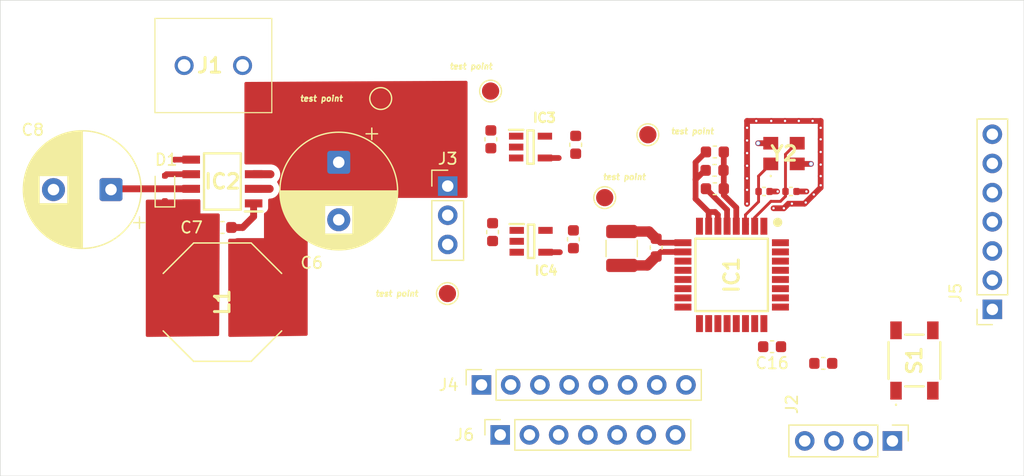
<source format=kicad_pcb>
(kicad_pcb (version 20241229) (generator "pcbnew") (generator_version "9.0")
  (layers (0 "F.Cu" signal) (2 "B.Cu" signal) (13 "F.Paste" user) (15 "B.Paste" user) (5 "F.SilkS" user "F.Silkscreen") (7 "B.SilkS" user "B.Silkscreen") (1 "F.Mask" user) (3 "B.Mask" user) (25 "Edge.Cuts" user))
  (net 0 "")
  (net 1 "GND")
  (net 2 "unconnected-(IC2-SYNC-Pad3)")
  (net 3 "Net-(D1-K)")
  (net 4 "Net-(IC2-CB)")
  (net 5 "unconnected-(IC2-ON{slash}~{OFF}-Pad5)")
  (net 6 "unconnected-(IC2-SS-Pad2)")
  (net 7 "+24V")
  (net 8 "+5V")
  (net 9 "VDD")
  (net 10 "30")
  (net 11 "NRST")
  (net 12 "24")
  (net 13 "20")
  (net 14 "19")
  (net 15 "25")
  (net 16 "12")
  (net 17 "17")
  (net 18 "27")
  (net 19 "8")
  (net 20 "28")
  (net 21 "23")
  (net 22 "SWIM")
  (net 23 "18")
  (net 24 "29")
  (net 25 "11")
  (net 26 "Net-(IC1-VCAP)")
  (net 27 "14")
  (net 28 "21")
  (net 29 "32")
  (net 30 "22")
  (net 31 "Net-(IC1-OSCIN{slash}PA1)")
  (net 32 "15")
  (net 33 "16")
  (net 34 "13")
  (net 35 "Net-(IC1-OSCOUT{slash}PA2)")
  (net 36 "31")
  (net 37 "VDDA")
  (net 38 "+5V (External)")
  (net 39 "unconnected-(IC3-NC-Pad4)")
  (net 40 "+5V (SWIM)")
  (net 41 "unconnected-(IC4-NC-Pad4)")
  (net 42 "Net-(IC1-PC7_(HS){slash}SPI_MISO)")
  (footprint "TestPoint:TestPoint_Pad_D1.5mm" (layer "F.Cu") (at 151.25 54.25)
    (property "Reference" "TP2" (hide yes))
    (property "Value" "TestPoint" (hide yes))
    (property "Description" "test point" (at -5.162 0 0) (layer "F.SilkS") (effects (font (size 0.5 0.5) (thickness 0.125) (bold yes) (italic yes))))
    (pad "1" smd circle (at 0 0) (size 1.5 1.5) (layers "F.Cu" "F.Mask") (net 38 "+5V (External)"))
  )
  (footprint "Capacitor_SMD:C_0402_1005Metric" (layer "F.Cu") (at 186.92 62.34)
    (property "Reference" "C10" (hide yes))
    (property "Value" "6p" (hide yes))
    (pad "1" smd roundrect (at -0.48 0) (size 0.56 0.62) (layers "F.Cu" "F.Mask" "F.Paste") (net 31 "Net-(IC1-OSCIN{slash}PA1)"))
    (pad "2" smd roundrect (at 0.48 0) (size 0.56 0.62) (layers "F.Cu" "F.Mask" "F.Paste") (net 1 "GND"))
  )
  (footprint "Connector_PinHeader_2.54mm:PinHeader_1x03_P2.54mm_Vertical" (layer "F.Cu") (at 157.075 61.87)
    (property "Reference" "J3" (at 0 -2.38 0) (layer "F.SilkS"))
    (property "Value" "Conn_01x03_Pin" (hide yes))
    (pad "1" thru_hole rect (at 0 0) (size 1.7 1.7) (drill 1) (layers "*.Cu" "*.Mask") (net 38 "+5V (External)"))
    (pad "2" thru_hole circle (at 0 2.54) (size 1.7 1.7) (drill 1) (layers "*.Cu" "*.Mask") (net 8 "+5V"))
    (pad "3" thru_hole circle (at 0 5.08) (size 1.7 1.7) (drill 1) (layers "*.Cu" "*.Mask") (net 40 "+5V (SWIM)"))
  )
  (footprint "Wurth_744065151:WE-TPC_1028_103892" (layer "F.Cu") (at 137.488 71.972677 90)
    (property "Reference" "L1" (at 0 0 90) (layer "F.SilkS") (effects (font (size 1.27 1.27) (thickness 0.254))))
    (property "Value" "150u" (hide yes))
    (pad "1" smd rect (at 0 -4.5 180) (size 1.8 3.6) (layers "F.Cu" "F.Mask" "F.Paste") (net 3 "Net-(D1-K)"))
    (pad "2" smd rect (at 0 4.5 180) (size 1.8 3.6) (layers "F.Cu" "F.Mask" "F.Paste") (net 38 "+5V (External)"))
  )
  (footprint "Capacitor_THT:CP_Radial_D10.0mm_P5.00mm" (layer "F.Cu") (at 147.6 59.8 -90)
    (property "Reference" "C6" (at 8.75 2.35 180) (layer "F.SilkS"))
    (property "Value" "120u" (hide yes))
    (pad "1" thru_hole roundrect (at 0 0 270) (size 2 2) (drill 1) (layers "*.Cu" "*.Mask") (roundrect_rratio 0.125) (net 38 "+5V (External)"))
    (pad "2" thru_hole circle (at 5 0 270) (size 2 2) (drill 1) (layers "*.Cu" "*.Mask") (net 1 "GND"))
  )
  (footprint "TestPoint:TestPoint_Pad_D1.5mm" (layer "F.Cu") (at 157.05 71.225)
    (property "Reference" "TP3" (hide yes))
    (property "Value" "TestPoint" (hide yes))
    (property "Description" "test point" (at -4.4 0 0) (layer "F.SilkS") (effects (font (size 0.5 0.5) (thickness 0.125) (bold yes) (italic yes))))
    (pad "1" smd circle (at 0 0) (size 1.5 1.5) (layers "F.Cu" "F.Mask") (net 40 "+5V (SWIM)"))
  )
  (footprint "L6981C50DR:SOIC127P600X175-8N" (layer "F.Cu") (at 137.488 61.472677 180)
    (property "Reference" "IC2" (at 0 0 180) (layer "F.SilkS") (effects (font (size 1.27 1.27) (thickness 0.254))))
    (property "Value" "LM2671M-5.0_NOPB" (hide yes))
    (pad "1" smd rect (at -2.712 -1.905 270) (size 0.7 1.525) (layers "F.Cu" "F.Mask" "F.Paste") (net 4 "Net-(IC2-CB)"))
    (pad "2" smd rect (at -2.712 -0.635 270) (size 0.7 1.525) (layers "F.Cu" "F.Mask" "F.Paste") (net 6 "unconnected-(IC2-SS-Pad2)"))
    (pad "3" smd rect (at -2.712 0.635 270) (size 0.7 1.525) (layers "F.Cu" "F.Mask" "F.Paste") (net 2 "unconnected-(IC2-SYNC-Pad3)"))
    (pad "4" smd rect (at -2.712 1.905 270) (size 0.7 1.525) (layers "F.Cu" "F.Mask" "F.Paste") (net 38 "+5V (External)"))
    (pad "5" smd rect (at 2.712 1.905 270) (size 0.7 1.525) (layers "F.Cu" "F.Mask" "F.Paste") (net 5 "unconnected-(IC2-ON{slash}~{OFF}-Pad5)"))
    (pad "6" smd rect (at 2.712 0.635 270) (size 0.7 1.525) (layers "F.Cu" "F.Mask" "F.Paste") (net 1 "GND"))
    (pad "7" smd rect (at 2.712 -0.635 270) (size 0.7 1.525) (layers "F.Cu" "F.Mask" "F.Paste") (net 7 "+24V"))
    (pad "8" smd rect (at 2.712 -1.905 270) (size 0.7 1.525) (layers "F.Cu" "F.Mask" "F.Paste") (net 3 "Net-(D1-K)"))
  )
  (footprint "Capacitor_SMD:C_0603_1608Metric" (layer "F.Cu") (at 180.3 62.1 180)
    (property "Reference" "C1" (hide yes))
    (property "Value" "1u" (hide yes))
    (pad "1" smd roundrect (at -0.775 0 180) (size 0.9 0.95) (layers "F.Cu" "F.Mask" "F.Paste") (net 1 "GND"))
    (pad "2" smd roundrect (at 0.775 0 180) (size 0.9 0.95) (layers "F.Cu" "F.Mask" "F.Paste") (net 26 "Net-(IC1-VCAP)"))
  )
  (footprint "TerminalBlock_2:2828372" (layer "F.Cu") (at 134.16 51.377677)
    (property "Reference" "J1" (at 2.24 0 0) (layer "F.SilkS") (effects (font (size 1.27 1.27) (thickness 0.254))))
    (property "Value" "282837-2" (hide yes))
    (pad "1" thru_hole circle (at 0 0) (size 1.65 1.65) (drill 1.1) (layers "*.Cu" "*.Mask") (net 7 "+24V"))
    (pad "2" thru_hole circle (at 5.08 0) (size 1.65 1.65) (drill 1.1) (layers "*.Cu" "*.Mask") (net 1 "GND"))
  )
  (footprint "Capacitor_SMD:C_1210_3225Metric" (layer "F.Cu") (at 172.2 67.3 -90)
    (property "Reference" "C13" (hide yes))
    (property "Value" "1u" (hide yes))
    (pad "1" smd roundrect (at -1.475 0 270) (size 1.15 2.7) (layers "F.Cu" "F.Mask" "F.Paste") (roundrect_rratio 0.217391) (net 37 "VDDA"))
    (pad "2" smd roundrect (at 1.475 0 270) (size 1.15 2.7) (layers "F.Cu" "F.Mask" "F.Paste") (roundrect_rratio 0.217391) (net 1 "GND"))
  )
  (footprint "Connector_PinSocket_2.54mm:PinSocket_1x07_P2.54mm_Vertical" (layer "F.Cu") (at 204.425 72.6 180)
    (property "Reference" "J5" (at 3.2 1.44 90) (layer "F.SilkS"))
    (property "Value" "Conn_01x07_Pin" (hide yes))
    (pad "1" thru_hole rect (at 0 0 180) (size 1.7 1.7) (drill 1) (layers "*.Cu" "*.Mask") (net 15 "25"))
    (pad "2" thru_hole circle (at 0 2.54 180) (size 1.7 1.7) (drill 1) (layers "*.Cu" "*.Mask") (net 18 "27"))
    (pad "3" thru_hole circle (at 0 5.08 180) (size 1.7 1.7) (drill 1) (layers "*.Cu" "*.Mask") (net 20 "28"))
    (pad "4" thru_hole circle (at 0 7.62 180) (size 1.7 1.7) (drill 1) (layers "*.Cu" "*.Mask") (net 24 "29"))
    (pad "5" thru_hole circle (at 0 10.16 180) (size 1.7 1.7) (drill 1) (layers "*.Cu" "*.Mask") (net 10 "30"))
    (pad "6" thru_hole circle (at 0 12.7 180) (size 1.7 1.7) (drill 1) (layers "*.Cu" "*.Mask") (net 36 "31"))
    (pad "7" thru_hole circle (at 0 15.24 180) (size 1.7 1.7) (drill 1) (layers "*.Cu" "*.Mask") (net 29 "32"))
  )
  (footprint "Diode_SMD:D_SOD-323F" (layer "F.Cu") (at 132.488 62.072677 90)
    (property "Reference" "D1" (at 2.495 0.112 0) (layer "F.SilkS"))
    (property "Value" "PMEG6010CEJF" (hide yes))
    (pad "1" smd roundrect (at -1.1 0 90) (size 0.5 0.5) (layers "F.Cu" "F.Mask" "F.Paste") (net 3 "Net-(D1-K)"))
    (pad "2" smd roundrect (at 1.1 0 90) (size 0.5 0.5) (layers "F.Cu" "F.Mask" "F.Paste") (net 1 "GND"))
  )
  (footprint "Capacitor_SMD:C_0603_1608Metric" (layer "F.Cu") (at 180.275 60.5)
    (property "Reference" "C2" (hide yes))
    (property "Value" "100n" (hide yes))
    (pad "1" smd roundrect (at -0.775 0) (size 0.9 0.95) (layers "F.Cu" "F.Mask" "F.Paste") (net 9 "VDD"))
    (pad "2" smd roundrect (at 0.775 0) (size 0.9 0.95) (layers "F.Cu" "F.Mask" "F.Paste") (net 1 "GND"))
  )
  (footprint "Connector_PinSocket_2.54mm:PinSocket_1x08_P2.54mm_Vertical" (layer "F.Cu") (at 160.01 79.175 90)
    (property "Reference" "J4" (at 0 -2.86 0) (layer "F.SilkS"))
    (property "Value" "Conn_01x08_Pin" (hide yes))
    (pad "1" thru_hole rect (at 0 0 90) (size 1.7 1.7) (drill 1) (layers "*.Cu" "*.Mask") (net 17 "17"))
    (pad "2" thru_hole circle (at 0 2.54 90) (size 1.7 1.7) (drill 1) (layers "*.Cu" "*.Mask") (net 23 "18"))
    (pad "3" thru_hole circle (at 0 5.08 90) (size 1.7 1.7) (drill 1) (layers "*.Cu" "*.Mask") (net 14 "19"))
    (pad "4" thru_hole circle (at 0 7.62 90) (size 1.7 1.7) (drill 1) (layers "*.Cu" "*.Mask") (net 13 "20"))
    (pad "5" thru_hole circle (at 0 10.16 90) (size 1.7 1.7) (drill 1) (layers "*.Cu" "*.Mask") (net 28 "21"))
    (pad "6" thru_hole circle (at 0 12.7 90) (size 1.7 1.7) (drill 1) (layers "*.Cu" "*.Mask") (net 30 "22"))
    (pad "7" thru_hole circle (at 0 15.24 90) (size 1.7 1.7) (drill 1) (layers "*.Cu" "*.Mask") (net 21 "23"))
    (pad "8" thru_hole circle (at 0 17.78 90) (size 1.7 1.7) (drill 1) (layers "*.Cu" "*.Mask") (net 12 "24"))
  )
  (footprint "Connector_PinHeader_2.54mm:PinHeader_1x04_P2.54mm_Vertical" (layer "F.Cu") (at 195.735 84.05 -90)
    (property "Reference" "J2" (at -3.2 8.74 90) (layer "F.SilkS"))
    (property "Value" "Conn_01x04_Pin" (hide yes))
    (pad "1" thru_hole rect (at 0 0 270) (size 1.7 1.7) (drill 1) (layers "*.Cu" "*.Mask") (net 11 "NRST"))
    (pad "2" thru_hole circle (at 0 2.54 270) (size 1.7 1.7) (drill 1) (layers "*.Cu" "*.Mask") (net 1 "GND"))
    (pad "3" thru_hole circle (at 0 5.08 270) (size 1.7 1.7) (drill 1) (layers "*.Cu" "*.Mask") (net 22 "SWIM"))
    (pad "4" thru_hole circle (at 0 7.62 270) (size 1.7 1.7) (drill 1) (layers "*.Cu" "*.Mask") (net 40 "+5V (SWIM)"))
  )
  (footprint "Capacitor_SMD:C_0402_1005Metric" (layer "F.Cu") (at 184.58 62.34)
    (property "Reference" "C11" (hide yes))
    (property "Value" "6p" (hide yes))
    (pad "1" smd roundrect (at -0.48 0) (size 0.56 0.62) (layers "F.Cu" "F.Mask" "F.Paste") (net 35 "Net-(IC1-OSCOUT{slash}PA2)"))
    (pad "2" smd roundrect (at 0.48 0) (size 0.56 0.62) (layers "F.Cu" "F.Mask" "F.Paste") (net 1 "GND"))
  )
  (footprint "Capacitor_SMD:C_0603_1608Metric" (layer "F.Cu") (at 137.488 65.472677)
    (property "Reference" "C7" (at -2.688 0 0) (layer "F.SilkS"))
    (property "Value" "0.01u" (hide yes))
    (pad "1" smd roundrect (at -0.775 0) (size 0.9 0.95) (layers "F.Cu" "F.Mask" "F.Paste") (net 3 "Net-(D1-K)"))
    (pad "2" smd roundrect (at 0.775 0) (size 0.9 0.95) (layers "F.Cu" "F.Mask" "F.Paste") (net 4 "Net-(IC2-CB)"))
  )
  (footprint "Capacitor_SMD:C_0603_1608Metric" (layer "F.Cu") (at 189.725 77.3 180)
    (property "Reference" "C9" (hide yes))
    (property "Value" "100n" (hide yes))
    (pad "1" smd roundrect (at -0.775 0 180) (size 0.9 0.95) (layers "F.Cu" "F.Mask" "F.Paste") (net 11 "NRST"))
    (pad "2" smd roundrect (at 0.775 0 180) (size 0.9 0.95) (layers "F.Cu" "F.Mask" "F.Paste") (net 1 "GND"))
  )
  (footprint "Capacitor_SMD:C_0603_1608Metric" (layer "F.Cu") (at 168.2 58.275 -90)
    (property "Reference" "C5" (hide yes))
    (property "Value" "1u" (hide yes))
    (pad "1" smd roundrect (at -0.775 0 270) (size 0.9 0.95) (layers "F.Cu" "F.Mask" "F.Paste") (net 9 "VDD"))
    (pad "2" smd roundrect (at 0.775 0 270) (size 0.9 0.95) (layers "F.Cu" "F.Mask" "F.Paste") (net 1 "GND"))
  )
  (footprint "PTS647SK70SMTR2N LFS:PTS647SK70SMTR2NLFS" (layer "F.Cu") (at 197.65 77.05 90)
    (property "Reference" "S1" (at 0 0 90) (layer "F.SilkS") (effects (font (size 1.27 1.27) (thickness 0.254))))
    (property "Value" "PTS647SK70SMTR2N_LFS" (hide yes))
    (pad "1" smd rect (at -2.625 -1.6 180) (size 1 1.55) (layers "F.Cu" "F.Mask" "F.Paste") (net 11 "NRST"))
    (pad "2" smd rect (at 2.625 -1.6 180) (size 1 1.55) (layers "F.Cu" "F.Mask" "F.Paste") (net 11 "NRST"))
    (pad "3" smd rect (at -2.625 1.6 180) (size 1 1.55) (layers "F.Cu" "F.Mask" "F.Paste") (net 1 "GND"))
    (pad "4" smd rect (at 2.625 1.6 180) (size 1 1.55) (layers "F.Cu" "F.Mask" "F.Paste") (net 1 "GND"))
  )
  (footprint "TestPoint:TestPoint_Pad_D1.5mm" (layer "F.Cu") (at 160.8 53.6)
    (property "Reference" "TP4" (hide yes))
    (property "Value" "TestPoint" (hide yes))
    (property "Description" "test point" (at -1.7 -2.15 0) (layer "F.SilkS") (effects (font (size 0.5 0.5) (thickness 0.125) (bold yes) (italic yes))))
    (pad "1" smd circle (at 0 0) (size 1.5 1.5) (layers "F.Cu" "F.Mask") (net 8 "+5V"))
  )
  (footprint "Capacitor_THT:CP_Radial_D10.0mm_P5.00mm" (layer "F.Cu") (at 127.8 62.177677 180)
    (property "Reference" "C8" (at 6.8 5.2 0) (layer "F.SilkS"))
    (property "Value" "100u" (hide yes))
    (pad "1" thru_hole roundrect (at 0 0 180) (size 2 2) (drill 1) (layers "*.Cu" "*.Mask") (roundrect_rratio 0.125) (net 7 "+24V"))
    (pad "2" thru_hole circle (at 5 0 180) (size 2 2) (drill 1) (layers "*.Cu" "*.Mask") (net 1 "GND"))
  )
  (footprint "Capacitor_SMD:C_0603_1608Metric" (layer "F.Cu") (at 175.2 67.225 -90)
    (property "Reference" "C12" (hide yes))
    (property "Value" "100n" (hide yes))
    (pad "1" smd roundrect (at -0.775 0 270) (size 0.9 0.95) (layers "F.Cu" "F.Mask" "F.Paste") (net 37 "VDDA"))
    (pad "2" smd roundrect (at 0.775 0 270) (size 0.9 0.95) (layers "F.Cu" "F.Mask" "F.Paste") (net 1 "GND"))
  )
  (footprint "ADPL40502AUJZ-3.3-R7:SOT95P280X100-5N" (layer "F.Cu") (at 164.275 58.475)
    (property "Reference" "IC3" (at 1.2 -2.55 0) (layer "F.SilkS") (effects (font (size 0.8 0.8) (thickness 0.2) (bold yes))))
    (property "Value" "ADPL40502AUJZ-3.3-R7" (hide yes))
    (pad "1" smd rect (at -1.25 -0.95 90) (size 0.6 1.25) (layers "F.Cu" "F.Mask" "F.Paste") (net 8 "+5V"))
    (pad "2" smd rect (at -1.25 0 90) (size 0.6 1.25) (layers "F.Cu" "F.Mask" "F.Paste") (net 1 "GND"))
    (pad "3" smd rect (at -1.25 0.95 90) (size 0.6 1.25) (layers "F.Cu" "F.Mask" "F.Paste") (net 8 "+5V"))
    (pad "4" smd rect (at 1.25 0.95 90) (size 0.6 1.25) (layers "F.Cu" "F.Mask" "F.Paste") (net 39 "unconnected-(IC3-NC-Pad4)"))
    (pad "5" smd rect (at 1.25 -0.95 90) (size 0.6 1.25) (layers "F.Cu" "F.Mask" "F.Paste") (net 9 "VDD"))
  )
  (footprint "STM8S005K6CTR:QFP80P900X900X160-32N" (layer "F.Cu") (at 181.762 69.6 -90)
    (property "Reference" "IC1" (at 0 0 90) (layer "F.SilkS") (effects (font (size 1.27 1.27) (thickness 0.254))))
    (property "Value" "STM8S005K6T6CTR" (hide yes))
    (pad "1" smd rect (at -4.238 -2.8) (size 0.6 1.475) (layers "F.Cu" "F.Mask" "F.Paste") (net 11 "NRST"))
    (pad "2" smd rect (at -4.238 -2) (size 0.6 1.475) (layers "F.Cu" "F.Mask" "F.Paste") (net 31 "Net-(IC1-OSCIN{slash}PA1)"))
    (pad "3" smd rect (at -4.238 -1.2) (size 0.6 1.475) (layers "F.Cu" "F.Mask" "F.Paste") (net 35 "Net-(IC1-OSCOUT{slash}PA2)"))
    (pad "4" smd rect (at -4.238 -0.4) (size 0.6 1.475) (layers "F.Cu" "F.Mask" "F.Paste") (net 1 "GND"))
    (pad "5" smd rect (at -4.238 0.4) (size 0.6 1.475) (layers "F.Cu" "F.Mask" "F.Paste") (net 26 "Net-(IC1-VCAP)"))
    (pad "6" smd rect (at -4.238 1.2) (size 0.6 1.475) (layers "F.Cu" "F.Mask" "F.Paste") (net 9 "VDD"))
    (pad "7" smd rect (at -4.238 2) (size 0.6 1.475) (layers "F.Cu" "F.Mask" "F.Paste") (net 9 "VDD"))
    (pad "8" smd rect (at -4.238 2.8) (size 0.6 1.475) (layers "F.Cu" "F.Mask" "F.Paste") (net 19 "8"))
    (pad "9" smd rect (at -2.8 4.238 270) (size 0.6 1.475) (layers "F.Cu" "F.Mask" "F.Paste") (net 37 "VDDA"))
    (pad "10" smd rect (at -2 4.238 270) (size 0.6 1.475) (layers "F.Cu" "F.Mask" "F.Paste") (net 1 "GND"))
    (pad "11" smd rect (at -1.2 4.238 270) (size 0.6 1.475) (layers "F.Cu" "F.Mask" "F.Paste") (net 25 "11"))
    (pad "12" smd rect (at -0.4 4.238 270) (size 0.6 1.475) (layers "F.Cu" "F.Mask" "F.Paste") (net 16 "12"))
    (pad "13" smd rect (at 0.4 4.238 270) (size 0.6 1.475) (layers "F.Cu" "F.Mask" "F.Paste") (net 34 "13"))
    (pad "14" smd rect (at 1.2 4.238 270) (size 0.6 1.475) (layers "F.Cu" "F.Mask" "F.Paste") (net 27 "14"))
    (pad "15" smd rect (at 2 4.238 270) (size 0.6 1.475) (layers "F.Cu" "F.Mask" "F.Paste") (net 32 "15"))
    (pad "16" smd rect (at 2.8 4.238 270) (size 0.6 1.475) (layers "F.Cu" "F.Mask" "F.Paste") (net 33 "16"))
    (pad "17" smd rect (at 4.238 2.8) (size 0.6 1.475) (layers "F.Cu" "F.Mask" "F.Paste") (net 17 "17"))
    (pad "18" smd rect (at 4.238 2) (size 0.6 1.475) (layers "F.Cu" "F.Mask" "F.Paste") (net 23 "18"))
    (pad "19" smd rect (at 4.238 1.2) (size 0.6 1.475) (layers "F.Cu" "F.Mask" "F.Paste") (net 14 "19"))
    (pad "20" smd rect (at 4.238 0.4) (size 0.6 1.475) (layers "F.Cu" "F.Mask" "F.Paste") (net 13 "20"))
    (pad "21" smd rect (at 4.238 -0.4) (size 0.6 1.475) (layers "F.Cu" "F.Mask" "F.Paste") (net 28 "21"))
    (pad "22" smd rect (at 4.238 -1.2) (size 0.6 1.475) (layers "F.Cu" "F.Mask" "F.Paste") (net 30 "22"))
    (pad "23" smd rect (at 4.238 -2) (size 0.6 1.475) (layers "F.Cu" "F.Mask" "F.Paste") (net 21 "23"))
    (pad "24" smd rect (at 4.238 -2.8) (size 0.6 1.475) (layers "F.Cu" "F.Mask" "F.Paste") (net 42 "Net-(IC1-PC7_(HS){slash}SPI_MISO)"))
    (pad "25" smd rect (at 2.8 -4.238 270) (size 0.6 1.475) (layers "F.Cu" "F.Mask" "F.Paste") (net 15 "25"))
    (pad "26" smd rect (at 2 -4.238 270) (size 0.6 1.475) (layers "F.Cu" "F.Mask" "F.Paste") (net 22 "SWIM"))
    (pad "27" smd rect (at 1.2 -4.238 270) (size 0.6 1.475) (layers "F.Cu" "F.Mask" "F.Paste") (net 18 "27"))
    (pad "28" smd rect (at 0.4 -4.238 270) (size 0.6 1.475) (layers "F.Cu" "F.Mask" "F.Paste") (net 20 "28"))
    (pad "29" smd rect (at -0.4 -4.238 270) (size 0.6 1.475) (layers "F.Cu" "F.Mask" "F.Paste") (net 24 "29"))
    (pad "30" smd rect (at -1.2 -4.238 270) (size 0.6 1.475) (layers "F.Cu" "F.Mask" "F.Paste") (net 10 "30"))
    (pad "31" smd rect (at -2 -4.238 270) (size 0.6 1.475) (layers "F.Cu" "F.Mask" "F.Paste") (net 36 "31"))
    (pad "32" smd rect (at -2.8 -4.238 270) (size 0.6 1.475) (layers "F.Cu" "F.Mask" "F.Paste") (net 29 "32"))
  )
  (footprint "ADPL40502AUJZ-3.3-R7:SOT95P280X100-5N" (layer "F.Cu") (at 164.325 66.675)
    (property "Reference" "IC4" (at 1.3 2.55 0) (layer "F.SilkS") (effects (font (size 0.8 0.8) (thickness 0.2) (bold yes))))
    (property "Value" "ADPL40502AUJZ-3.3-R7" (hide yes))
    (pad "1" smd rect (at -1.25 -0.95 90) (size 0.6 1.25) (layers "F.Cu" "F.Mask" "F.Paste") (net 8 "+5V"))
    (pad "2" smd rect (at -1.25 0 90) (size 0.6 1.25) (layers "F.Cu" "F.Mask" "F.Paste") (net 1 "GND"))
    (pad "3" smd rect (at -1.25 0.95 90) (size 0.6 1.25) (layers "F.Cu" "F.Mask" "F.Paste") (net 8 "+5V"))
    (pad "4" smd rect (at 1.25 0.95 90) (size 0.6 1.25) (layers "F.Cu" "F.Mask" "F.Paste") (net 41 "unconnected-(IC4-NC-Pad4)"))
    (pad "5" smd rect (at 1.25 -0.95 90) (size 0.6 1.25) (layers "F.Cu" "F.Mask" "F.Paste") (net 37 "VDDA"))
  )
  (footprint "Connector_PinSocket_2.54mm:PinSocket_1x07_P2.54mm_Vertical" (layer "F.Cu") (at 161.64 83.525 90)
    (property "Reference" "J6" (at 0 -3.12 0) (layer "F.SilkS"))
    (property "Value" "Conn_01x07_Pin" (hide yes))
    (pad "1" thru_hole rect (at 0 0 90) (size 1.7 1.7) (drill 1) (layers "*.Cu" "*.Mask") (net 25 "11"))
    (pad "2" thru_hole circle (at 0 2.54 90) (size 1.7 1.7) (drill 1) (layers "*.Cu" "*.Mask") (net 16 "12"))
    (pad "3" thru_hole circle (at 0 5.08 90) (size 1.7 1.7) (drill 1) (layers "*.Cu" "*.Mask") (net 34 "13"))
    (pad "4" thru_hole circle (at 0 7.62 90) (size 1.7 1.7) (drill 1) (layers "*.Cu" "*.Mask") (net 27 "14"))
    (pad "5" thru_hole circle (at 0 10.16 90) (size 1.7 1.7) (drill 1) (layers "*.Cu" "*.Mask") (net 32 "15"))
    (pad "6" thru_hole circle (at 0 12.7 90) (size 1.7 1.7) (drill 1) (layers "*.Cu" "*.Mask") (net 33 "16"))
    (pad "7" thru_hole circle (at 0 15.24 90) (size 1.7 1.7) (drill 1) (layers "*.Cu" "*.Mask") (net 19 "8"))
  )
  (footprint "TestPoint:TestPoint_Pad_D1.5mm" (layer "F.Cu") (at 170.725 62.875)
    (property "Reference" "TP6" (hide yes))
    (property "Value" "TestPoint" (hide yes))
    (property "Description" "test point" (at 1.7 -1.8 0) (layer "F.SilkS") (effects (font (size 0.5 0.5) (thickness 0.125) (italic yes))))
    (pad "1" smd circle (at 0 0) (size 1.5 1.5) (layers "F.Cu" "F.Mask") (net 37 "VDDA"))
  )
  (footprint "ECS-80-33820-CVY-TR3:ECS80833B2QCVYTR3" (layer "F.Cu") (at 186.31 59.04)
    (property "Reference" "Y2" (at 0 0 0) (layer "F.SilkS") (effects (font (size 1.27 1.27) (thickness 0.254))))
    (property "Value" "8 Mhz" (hide yes))
    (pad "1" smd rect (at -1.15 0.9 90) (size 1.1 1.3) (layers "F.Cu" "F.Mask" "F.Paste") (net 35 "Net-(IC1-OSCOUT{slash}PA2)"))
    (pad "2" smd rect (at 1.15 0.9 90) (size 1.1 1.3) (layers "F.Cu" "F.Mask" "F.Paste") (net 1 "GND"))
    (pad "3" smd rect (at 1.15 -0.9 90) (size 1.1 1.3) (layers "F.Cu" "F.Mask" "F.Paste") (net 31 "Net-(IC1-OSCIN{slash}PA1)"))
    (pad "4" smd rect (at -1.15 -0.9 90) (size 1.1 1.3) (layers "F.Cu" "F.Mask" "F.Paste") (net 1 "GND"))
  )
  (footprint "Capacitor_SMD:C_0603_1608Metric" (layer "F.Cu") (at 160.975 65.875 -90)
    (property "Reference" "C4" (hide yes))
    (property "Value" "1u" (hide yes))
    (pad "1" smd roundrect (at -0.775 0 270) (size 0.9 0.95) (layers "F.Cu" "F.Mask" "F.Paste") (net 8 "+5V"))
    (pad "2" smd roundrect (at 0.775 0 270) (size 0.9 0.95) (layers "F.Cu" "F.Mask" "F.Paste") (net 1 "GND"))
  )
  (footprint "Capacitor_SMD:C_0603_1608Metric" (layer "F.Cu") (at 160.825 57.8 -90)
    (property "Reference" "C14" (hide yes))
    (property "Value" "1u" (hide yes))
    (pad "1" smd roundrect (at -0.775 0 270) (size 0.9 0.95) (layers "F.Cu" "F.Mask" "F.Paste") (net 8 "+5V"))
    (pad "2" smd roundrect (at 0.775 0 270) (size 0.9 0.95) (layers "F.Cu" "F.Mask" "F.Paste") (net 1 "GND"))
  )
  (footprint "TestPoint:TestPoint_Pad_D1.5mm" (layer "F.Cu") (at 174.475 57.4)
    (property "Reference" "TP5" (hide yes))
    (property "Value" "TestPoint" (hide yes))
    (property "Description" "test point" (at 3.875 -0.3 0) (layer "F.SilkS") (effects (font (size 0.5 0.5) (thickness 0.125) (bold yes) (italic yes))))
    (pad "1" smd circle (at 0 0) (size 1.5 1.5) (layers "F.Cu" "F.Mask") (net 9 "VDD"))
  )
  (footprint "Capacitor_SMD:C_0603_1608Metric" (layer "F.Cu") (at 168 66.5 -90)
    (property "Reference" "C15" (hide yes))
    (property "Value" "1u" (hide yes))
    (pad "1" smd roundrect (at -0.775 0 270) (size 0.9 0.95) (layers "F.Cu" "F.Mask" "F.Paste") (net 37 "VDDA"))
    (pad "2" smd roundrect (at 0.775 0 270) (size 0.9 0.95) (layers "F.Cu" "F.Mask" "F.Paste") (net 1 "GND"))
  )
  (footprint "Capacitor_SMD:C_0603_1608Metric" (layer "F.Cu") (at 185.275 75.85 180)
    (property "Reference" "C16" (at 0 -1.43 0) (layer "F.SilkS"))
    (property "Value" "100n")
    (pad "1" smd roundrect (at -0.775 0 180) (size 0.9 0.95) (layers "F.Cu" "F.Mask" "F.Paste") (net 1 "GND"))
    (pad "2" smd roundrect (at 0.775 0 180) (size 0.9 0.95) (layers "F.Cu" "F.Mask" "F.Paste") (net 42 "Net-(IC1-PC7_(HS){slash}SPI_MISO)"))
  )
  (footprint "Capacitor_SMD:C_0603_1608Metric" (layer "F.Cu") (at 180.3 58.9)
    (property "Reference" "C3" (hide yes))
    (property "Value" "100n" (hide yes))
    (pad "1" smd roundrect (at -0.775 0) (size 0.9 0.95) (layers "F.Cu" "F.Mask" "F.Paste") (net 9 "VDD"))
    (pad "2" smd roundrect (at 0.775 0) (size 0.9 0.95) (layers "F.Cu" "F.Mask" "F.Paste") (net 1 "GND"))
  )
  (gr_rect (start 118.175 45.7) (end 207.175 87.1) (stroke (width 0.05)) (fill no) (layer "Edge.Cuts"))
  (segment (start 181.124 62.1) (end 181.075 62.1) (width 0.5) (layer "F.Cu") (net 1))
  (segment (start 181.075 62.658636) (end 182.162 63.745636) (width 0.5) (layer "F.Cu") (net 1))
  (segment (start 185.06 62.34) (end 185.709 62.34) (width 0.5) (layer "F.Cu") (net 1))
  (segment (start 187.46 59.94) (end 188.66 59.94) (width 0.5) (layer "F.Cu") (net 1))
  (segment (start 185.16 58.14) (end 184.06 58.14) (width 0.5) (layer "F.Cu") (net 1))
  (segment (start 187.4 62.34) (end 188.26 62.34) (width 0.5) (layer "F.Cu") (net 1))
  (segment (start 182.162 65.362) (end 182.162 63.745636) (width 0.5) (layer "F.Cu") (net 1))
  (segment (start 134.776 60.837677) (end 132.623 60.837677) (width 0.5) (layer "F.Cu") (net 1))
  (segment (start 174.425 68.775) (end 175.2 68) (width 0.9) (layer "F.Cu") (net 1))
  (segment (start 177.524 67.6) (end 175.6 67.6) (width 0.5) (layer "F.Cu") (net 1))
  (segment (start 132.623 60.837677) (end 132.488 60.972677) (width 0.5) (layer "F.Cu") (net 1))
  (segment (start 175.6 67.6) (end 175.2 68) (width 0.5) (layer "F.Cu") (net 1))
  (segment (start 172.2 68.775) (end 174.425 68.775) (width 0.9) (layer "F.Cu") (net 1))
  (segment (start 181.075 58.9) (end 181.075 62.1) (width 0.5) (layer "F.Cu") (net 1))
  (segment (start 181.075 62.1) (end 181.075 62.658636) (width 0.5) (layer "F.Cu") (net 1))
  (via (at 185.76 62.34) (size 0.2) (drill 0.2) (layers "F.Cu" "B.Cu") (net 1))
  (via (at 188.66 59.94) (size 0.4) (drill 0.3) (layers "F.Cu" "B.Cu") (net 1))
  (via (at 188.26 62.34) (size 0.2) (drill 0.2) (layers "F.Cu" "B.Cu") (net 1))
  (via (at 184.06 58.14) (size 0.4) (drill 0.3) (layers "F.Cu" "B.Cu") (net 1))
  (segment (start 140.2 60.837677) (end 141.662323 60.837677) (width 0.7) (layer "F.Cu") (net 2))
  (segment (start 140.2 64.525) (end 139.252323 65.472677) (width 0.6) (layer "F.Cu") (net 4))
  (segment (start 139.252323 65.472677) (end 138.263 65.472677) (width 0.6) (layer "F.Cu") (net 4))
  (segment (start 140.2 63.377677) (end 140.2 64.525) (width 0.6) (layer "F.Cu") (net 4))
  (segment (start 133.332323 59.567677) (end 133.325 59.575) (width 0.5) (layer "F.Cu") (net 5))
  (segment (start 134.776 59.567677) (end 133.332323 59.567677) (width 0.5) (layer "F.Cu") (net 5))
  (segment (start 140.2 62.107677) (end 141.592323 62.107677) (width 0.7) (layer "F.Cu") (net 6))
  (segment (start 134.776 62.107677) (end 127.87 62.107677) (width 0.6) (layer "F.Cu") (net 7))
  (segment (start 127.87 62.107677) (end 127.8 62.177677) (width 0.6) (layer "F.Cu") (net 7))
  (segment (start 178.624 61.3) (end 178.624 59.801) (width 0.5) (layer "F.Cu") (net 9))
  (segment (start 179.5 60.5) (end 179.424 60.5) (width 0.5) (layer "F.Cu") (net 9))
  (segment (start 179.762 65.362) (end 179.762 64.1245) (width 0.5) (layer "F.Cu") (net 9))
  (segment (start 168.1 57.4) (end 168.2 57.5) (width 0.5) (layer "F.Cu") (net 9))
  (segment (start 179.424 60.5) (end 178.624 61.3) (width 0.5) (layer "F.Cu") (net 9))
  (segment (start 180.562 64.362) (end 180.562 65.362) (width 0.5) (layer "F.Cu") (net 9))
  (segment (start 178.624 59.801) (end 179.525 58.9) (width 0.5) (layer "F.Cu") (net 9))
  (segment (start 178.624 62.9865) (end 179.762 64.1245) (width 0.5) (layer "F.Cu") (net 9))
  (segment (start 178.624 61.3) (end 178.624 62.9865) (width 0.5) (layer "F.Cu") (net 9))
  (segment (start 179.762 64.1245) (end 180.3245 64.1245) (width 0.5) (layer "F.Cu") (net 9))
  (segment (start 180.3245 64.1245) (end 180.562 64.362) (width 0.5) (layer "F.Cu") (net 9))
  (segment (start 183.1 57.9) (end 183.1 56.8) (width 0.5) (layer "F.Cu") (net 11))
  (segment (start 186.7 63.4) (end 186.3 63.8) (width 0.5) (layer "F.Cu") (net 11))
  (segment (start 183.1 56.8) (end 183.1 56.2) (width 0.5) (layer "F.Cu") (net 11))
  (segment (start 188.8 56.2) (end 189.5 56.2) (width 0.5) (layer "F.Cu") (net 11))
  (segment (start 183.1 56.2) (end 183.9 56.2) (width 0.5) (layer "F.Cu") (net 11))
  (segment (start 187.6 56.2) (end 188.8 56.2) (width 0.5) (layer "F.Cu") (net 11))
  (segment (start 189.5 58.9) (end 189.5 60) (width 0.5) (layer "F.Cu") (net 11))
  (segment (start 188.9 62.6) (end 188.3 63.2) (width 0.5) (layer "F.Cu") (net 11))
  (segment (start 183.1 61.2) (end 183.1 60.1) (width 0.5) (layer "F.Cu") (net 11))
  (segment (start 185.2 56.2) (end 186.4 56.2) (width 0.5) (layer "F.Cu") (net 11))
  (segment (start 189.5 56.8) (end 189.5 57.8) (width 0.5) (layer "F.Cu") (net 11))
  (segment (start 189.5 61.8) (end 189.5 62) (width 0.5) (layer "F.Cu") (net 11))
  (segment (start 189.5 61) (end 189.5 61.8) (width 0.5) (layer "F.Cu") (net 11))
  (segment (start 183.1 62.2) (end 183.1 61.2) (width 0.5) (layer "F.Cu") (net 11))
  (segment (start 183.1 62.2) (end 183.1 63.4) (width 0.5) (layer "F.Cu") (net 11))
  (segment (start 187 63.4) (end 186.7 63.4) (width 0.5) (layer "F.Cu") (net 11))
  (segment (start 186.3 63.8) (end 185.4 63.8) (width 0.5) (layer "F.Cu") (net 11))
  (segment (start 183.1 60.1) (end 183.1 59) (width 0.5) (layer "F.Cu") (net 11))
  (segment (start 189.5 60) (end 189.5 61) (width 0.5) (layer "F.Cu") (net 11))
  (segment (start 183.1 63.4) (end 183.1 63.421912) (width 0.5) (layer "F.Cu") (net 11))
  (segment (start 188.1 63.4) (end 188.2 63.3) (width 0.5) (layer "F.Cu") (net 11))
  (segment (start 189.5 57.8) (end 189.5 58.9) (width 0.5) (layer "F.Cu") (net 11))
  (segment (start 189.5 56.2) (end 189.5 56.8) (width 0.5) (layer "F.Cu") (net 11))
  (segment (start 183.9 56.2) (end 185.2 56.2) (width 0.5) (layer "F.Cu") (net 11))
  (segment (start 187 63.4) (end 188.1 63.4) (width 0.5) (layer "F.Cu") (net 11))
  (segment (start 189.5 62) (end 188.9 62.6) (width 0.5) (layer "F.Cu") (net 11))
  (segment (start 188.3 63.2) (end 188.2 63.3) (width 0.5) (layer "F.Cu") (net 11))
  (segment (start 186.4 56.2) (end 187.6 56.2) (width 0.5) (layer "F.Cu") (net 11))
  (segment (start 183.1 59) (end 183.1 57.9) (width 0.5) (layer "F.Cu") (net 11))
  (via (at 185.2 56.2) (size 0.2) (drill 0.2) (layers "F.Cu" "B.Cu") (net 11))
  (via (at 187.6 56.2) (size 0.2) (drill 0.2) (layers "F.Cu" "B.Cu") (net 11))
  (via (at 189.5 61.8) (size 0.2) (drill 0.2) (layers "F.Cu" "B.Cu") (net 11))
  (via (at 189.5 58.9) (size 0.2) (drill 0.2) (layers "F.Cu" "B.Cu") (net 11))
  (via (at 183.1 56.8) (size 0.2) (drill 0.2) (layers "F.Cu" "B.Cu") (net 11))
  (via (at 183.9 56.2) (size 0.2) (drill 0.2) (layers "F.Cu" "B.Cu") (net 11))
  (via (at 189.5 56.8) (size 0.2) (drill 0.2) (layers "F.Cu" "B.Cu") (net 11))
  (via (at 189.5 61) (size 0.2) (drill 0.2) (layers "F.Cu" "B.Cu") (net 11))
  (via (at 188.8 56.2) (size 0.2) (drill 0.2) (layers "F.Cu" "B.Cu") (net 11))
  (via (at 183.1 60.1) (size 0.2) (drill 0.2) (layers "F.Cu" "B.Cu") (net 11))
  (via (at 183.1 59) (size 0.2) (drill 0.2) (layers "F.Cu" "B.Cu") (net 11))
  (via (at 188.2 63.3) (size 0.2) (drill 0.2) (layers "F.Cu" "B.Cu") (net 11))
  (via (at 189.5 57.8) (size 0.2) (drill 0.2) (layers "F.Cu" "B.Cu") (net 11))
  (via (at 183.1 63.4) (size 0.2) (drill 0.2) (layers "F.Cu" "B.Cu") (net 11))
  (via (at 183.1 57.9) (size 0.2) (drill 0.2) (layers "F.Cu" "B.Cu") (net 11))
  (via (at 187 63.4) (size 0.2) (drill 0.2) (layers "F.Cu" "B.Cu") (net 11))
  (via (at 189.5 60) (size 0.2) (drill 0.2) (layers "F.Cu" "B.Cu") (net 11))
  (via (at 186.3 63.8) (size 0.2) (drill 0.2) (layers "F.Cu" "B.Cu") (net 11))
  (via (at 188.9 62.6) (size 0.2) (drill 0.2) (layers "F.Cu" "B.Cu") (net 11))
  (via (at 183.1 61.2) (size 0.2) (drill 0.2) (layers "F.Cu" "B.Cu") (net 11))
  (via (at 185.4 63.8) (size 0.2) (drill 0.2) (layers "F.Cu" "B.Cu") (net 11))
  (via (at 186.4 56.2) (size 0.2) (drill 0.2) (layers "F.Cu" "B.Cu") (net 11))
  (via (at 183.1 62.2) (size 0.2) (drill 0.2) (layers "F.Cu" "B.Cu") (net 11))
  (segment (start 181.362 65.362) (end 181.362 63.937) (width 0.5) (layer "F.Cu") (net 26))
  (segment (start 181.362 63.937) (end 179.525 62.1) (width 0.5) (layer "F.Cu") (net 26))
  (segment (start 186.44 62.76) (end 186 63.2) (width 0.25) (layer "F.Cu") (net 31))
  (segment (start 183.762 65.362) (end 183.762 64.610904) (width 0.25) (layer "F.Cu") (net 31))
  (segment (start 186.44 62.34) (end 186.44 59.108) (width 0.25) (layer "F.Cu") (net 31))
  (segment (start 187.408 58.14) (end 187.46 58.14) (width 0.25) (layer "F.Cu") (net 31))
  (segment (start 186.44 59.108) (end 187.408 58.14) (width 0.25) (layer "F.Cu") (net 31))
  (segment (start 183.762 64.610904) (end 185.172904 63.2) (width 0.25) (layer "F.Cu") (net 31))
  (segment (start 185.172904 63.2) (end 186 63.2) (width 0.25) (layer "F.Cu") (net 31))
  (segment (start 186.44 62.34) (end 186.44 62.76) (width 0.25) (layer "F.Cu") (net 31))
  (segment (start 182.962 65.362) (end 182.962 64.3745) (width 0.25) (layer "F.Cu") (net 35))
  (segment (start 184.1 61) (end 185.16 59.94) (width 0.25) (layer "F.Cu") (net 35))
  (segment (start 183.136 65.188) (end 182.962 65.362) (width 0.25) (layer "F.Cu") (net 35))
  (segment (start 184.1 62.34) (end 184.1 61) (width 0.25) (layer "F.Cu") (net 35))
  (segment (start 184.1 63.2365) (end 184.1 62.34) (width 0.25) (layer "F.Cu") (net 35))
  (segment (start 182.962 64.3745) (end 184.1 63.2365) (width 0.25) (layer "F.Cu") (net 35))
  (segment (start 182.962 65.362) (end 182.9 65.3) (width 0.25) (layer "F.Cu") (net 35))
  (segment (start 174.575 65.825) (end 175.2 66.45) (width 0.9) (layer "F.Cu") (net 37))
  (segment (start 172.2 65.825) (end 174.575 65.825) (width 0.9) (layer "F.Cu") (net 37))
  (segment (start 175.55 66.8) (end 175.2 66.45) (width 0.5) (layer "F.Cu") (net 37))
  (segment (start 177.524 66.8) (end 175.55 66.8) (width 0.5) (layer "F.Cu") (net 37))
  (segment (start 147.367677 59.567677) (end 147.6 59.8) (width 0.6) (layer "F.Cu") (net 38))
  (segment (start 140.2 59.567677) (end 147.367677 59.567677) (width 0.6) (layer "F.Cu") (net 38))
  (segment (start 165.525 59.425) (end 166.725 59.425) (width 0.5) (layer "F.Cu") (net 39))
  (segment (start 165.575 67.625) (end 166.825 67.625) (width 0.5) (layer "F.Cu") (net 41))
  (zone (net 38) (net_name "+5V (External)") (layer "F.Cu") (priority 1) (connect_pads yes (clearance 0.5)) (min_thickness 0.25) (fill yes (thermal_gap 0.5) (thermal_bridge_width 0.5))
    (polygon (pts (xy 139.5 55.5) (xy 139.4 55.5) (xy 139.4 62.8) (xy 139.4 63) (xy 141.1 63) (xy 141.1 66.4) (xy 137.9902 66.4) (xy 137.998829 75) (xy 144.9 74.9) (xy 144.9 62.9) (xy 155.3 62.9) (xy 158.8 62.9) (xy 158.799075 52.705671) (xy 139.4 52.805666) (xy 139.4 55.6) (xy 139.4 55.4) (xy 139.4 55.6)))
  )
  (zone (net 3) (net_name "Net-(D1-K)") (layer "F.Cu") (connect_pads yes (clearance 0.5)) (min_thickness 0.25) (fill yes (thermal_gap 0.5) (thermal_bridge_width 0.5))
    (polygon (pts (xy 135.575 63.025) (xy 131.225 63.05) (xy 130.825 63.05) (xy 130.825 75) (xy 137.205512 74.925) (xy 137.255524 64.25) (xy 135.575 64.25)))
  )
)
</source>
